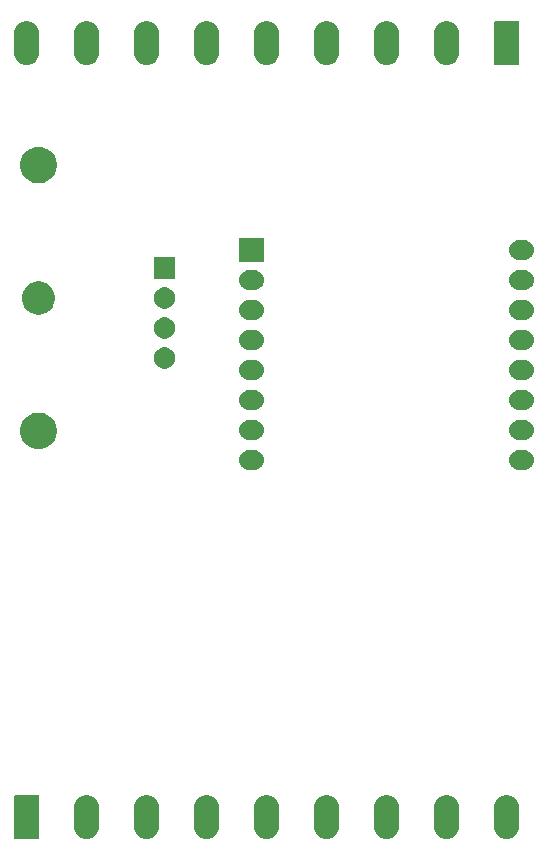
<source format=gbr>
G04 #@! TF.GenerationSoftware,KiCad,Pcbnew,5.1.5-52549c5~84~ubuntu18.04.1*
G04 #@! TF.CreationDate,2019-12-06T09:50:21+01:00*
G04 #@! TF.ProjectId,esp8266_temperature_iot,65737038-3236-4365-9f74-656d70657261,rev?*
G04 #@! TF.SameCoordinates,Original*
G04 #@! TF.FileFunction,Soldermask,Bot*
G04 #@! TF.FilePolarity,Negative*
%FSLAX46Y46*%
G04 Gerber Fmt 4.6, Leading zero omitted, Abs format (unit mm)*
G04 Created by KiCad (PCBNEW 5.1.5-52549c5~84~ubuntu18.04.1) date 2019-12-06 09:50:21*
%MOMM*%
%LPD*%
G04 APERTURE LIST*
%ADD10C,0.100000*%
G04 APERTURE END LIST*
D10*
G36*
X96733870Y-157930786D02*
G01*
X96844779Y-157964430D01*
X96935053Y-157991814D01*
X96939529Y-157993172D01*
X97096165Y-158076896D01*
X97129059Y-158094478D01*
X97295186Y-158230814D01*
X97431522Y-158396941D01*
X97431525Y-158396945D01*
X97532828Y-158586470D01*
X97595214Y-158792129D01*
X97611000Y-158952409D01*
X97611000Y-160579591D01*
X97595214Y-160739871D01*
X97532828Y-160945530D01*
X97431525Y-161135055D01*
X97431523Y-161135058D01*
X97431522Y-161135059D01*
X97295186Y-161301186D01*
X97167583Y-161405906D01*
X97129055Y-161437525D01*
X96939530Y-161538828D01*
X96939527Y-161538829D01*
X96928058Y-161542308D01*
X96733871Y-161601214D01*
X96520000Y-161622278D01*
X96306130Y-161601214D01*
X96111943Y-161542308D01*
X96100474Y-161538829D01*
X96100471Y-161538828D01*
X95910946Y-161437525D01*
X95872418Y-161405906D01*
X95744815Y-161301186D01*
X95608479Y-161135059D01*
X95608478Y-161135058D01*
X95608476Y-161135055D01*
X95507171Y-160945527D01*
X95444786Y-160739874D01*
X95429000Y-160579591D01*
X95429000Y-158952410D01*
X95444786Y-158792130D01*
X95507172Y-158586471D01*
X95608477Y-158396943D01*
X95608478Y-158396941D01*
X95744814Y-158230814D01*
X95910941Y-158094478D01*
X95910942Y-158094477D01*
X95910945Y-158094475D01*
X96100470Y-157993172D01*
X96104947Y-157991814D01*
X96195220Y-157964430D01*
X96306129Y-157930786D01*
X96520000Y-157909722D01*
X96733870Y-157930786D01*
G37*
G36*
X61173870Y-157930786D02*
G01*
X61284779Y-157964430D01*
X61375053Y-157991814D01*
X61379529Y-157993172D01*
X61536165Y-158076896D01*
X61569059Y-158094478D01*
X61735186Y-158230814D01*
X61871522Y-158396941D01*
X61871525Y-158396945D01*
X61972828Y-158586470D01*
X62035214Y-158792129D01*
X62051000Y-158952409D01*
X62051000Y-160579591D01*
X62035214Y-160739871D01*
X61972828Y-160945530D01*
X61871525Y-161135055D01*
X61871523Y-161135058D01*
X61871522Y-161135059D01*
X61735186Y-161301186D01*
X61607583Y-161405906D01*
X61569055Y-161437525D01*
X61379530Y-161538828D01*
X61379527Y-161538829D01*
X61368058Y-161542308D01*
X61173871Y-161601214D01*
X60960000Y-161622278D01*
X60746130Y-161601214D01*
X60551943Y-161542308D01*
X60540474Y-161538829D01*
X60540471Y-161538828D01*
X60350946Y-161437525D01*
X60312418Y-161405906D01*
X60184815Y-161301186D01*
X60048479Y-161135059D01*
X60048478Y-161135058D01*
X60048476Y-161135055D01*
X59947171Y-160945527D01*
X59884786Y-160739874D01*
X59869000Y-160579591D01*
X59869000Y-158952410D01*
X59884786Y-158792130D01*
X59947172Y-158586471D01*
X60048477Y-158396943D01*
X60048478Y-158396941D01*
X60184814Y-158230814D01*
X60350941Y-158094478D01*
X60350942Y-158094477D01*
X60350945Y-158094475D01*
X60540470Y-157993172D01*
X60544947Y-157991814D01*
X60635220Y-157964430D01*
X60746129Y-157930786D01*
X60960000Y-157909722D01*
X61173870Y-157930786D01*
G37*
G36*
X66253870Y-157930786D02*
G01*
X66364779Y-157964430D01*
X66455053Y-157991814D01*
X66459529Y-157993172D01*
X66616165Y-158076896D01*
X66649059Y-158094478D01*
X66815186Y-158230814D01*
X66951522Y-158396941D01*
X66951525Y-158396945D01*
X67052828Y-158586470D01*
X67115214Y-158792129D01*
X67131000Y-158952409D01*
X67131000Y-160579591D01*
X67115214Y-160739871D01*
X67052828Y-160945530D01*
X66951525Y-161135055D01*
X66951523Y-161135058D01*
X66951522Y-161135059D01*
X66815186Y-161301186D01*
X66687583Y-161405906D01*
X66649055Y-161437525D01*
X66459530Y-161538828D01*
X66459527Y-161538829D01*
X66448058Y-161542308D01*
X66253871Y-161601214D01*
X66040000Y-161622278D01*
X65826130Y-161601214D01*
X65631943Y-161542308D01*
X65620474Y-161538829D01*
X65620471Y-161538828D01*
X65430946Y-161437525D01*
X65392418Y-161405906D01*
X65264815Y-161301186D01*
X65128479Y-161135059D01*
X65128478Y-161135058D01*
X65128476Y-161135055D01*
X65027171Y-160945527D01*
X64964786Y-160739874D01*
X64949000Y-160579591D01*
X64949000Y-158952410D01*
X64964786Y-158792130D01*
X65027172Y-158586471D01*
X65128477Y-158396943D01*
X65128478Y-158396941D01*
X65264814Y-158230814D01*
X65430941Y-158094478D01*
X65430942Y-158094477D01*
X65430945Y-158094475D01*
X65620470Y-157993172D01*
X65624947Y-157991814D01*
X65715220Y-157964430D01*
X65826129Y-157930786D01*
X66040000Y-157909722D01*
X66253870Y-157930786D01*
G37*
G36*
X71333870Y-157930786D02*
G01*
X71444779Y-157964430D01*
X71535053Y-157991814D01*
X71539529Y-157993172D01*
X71696165Y-158076896D01*
X71729059Y-158094478D01*
X71895186Y-158230814D01*
X72031522Y-158396941D01*
X72031525Y-158396945D01*
X72132828Y-158586470D01*
X72195214Y-158792129D01*
X72211000Y-158952409D01*
X72211000Y-160579591D01*
X72195214Y-160739871D01*
X72132828Y-160945530D01*
X72031525Y-161135055D01*
X72031523Y-161135058D01*
X72031522Y-161135059D01*
X71895186Y-161301186D01*
X71767583Y-161405906D01*
X71729055Y-161437525D01*
X71539530Y-161538828D01*
X71539527Y-161538829D01*
X71528058Y-161542308D01*
X71333871Y-161601214D01*
X71120000Y-161622278D01*
X70906130Y-161601214D01*
X70711943Y-161542308D01*
X70700474Y-161538829D01*
X70700471Y-161538828D01*
X70510946Y-161437525D01*
X70472418Y-161405906D01*
X70344815Y-161301186D01*
X70208479Y-161135059D01*
X70208478Y-161135058D01*
X70208476Y-161135055D01*
X70107171Y-160945527D01*
X70044786Y-160739874D01*
X70029000Y-160579591D01*
X70029000Y-158952410D01*
X70044786Y-158792130D01*
X70107172Y-158586471D01*
X70208477Y-158396943D01*
X70208478Y-158396941D01*
X70344814Y-158230814D01*
X70510941Y-158094478D01*
X70510942Y-158094477D01*
X70510945Y-158094475D01*
X70700470Y-157993172D01*
X70704947Y-157991814D01*
X70795220Y-157964430D01*
X70906129Y-157930786D01*
X71120000Y-157909722D01*
X71333870Y-157930786D01*
G37*
G36*
X76413870Y-157930786D02*
G01*
X76524779Y-157964430D01*
X76615053Y-157991814D01*
X76619529Y-157993172D01*
X76776165Y-158076896D01*
X76809059Y-158094478D01*
X76975186Y-158230814D01*
X77111522Y-158396941D01*
X77111525Y-158396945D01*
X77212828Y-158586470D01*
X77275214Y-158792129D01*
X77291000Y-158952409D01*
X77291000Y-160579591D01*
X77275214Y-160739871D01*
X77212828Y-160945530D01*
X77111525Y-161135055D01*
X77111523Y-161135058D01*
X77111522Y-161135059D01*
X76975186Y-161301186D01*
X76847583Y-161405906D01*
X76809055Y-161437525D01*
X76619530Y-161538828D01*
X76619527Y-161538829D01*
X76608058Y-161542308D01*
X76413871Y-161601214D01*
X76200000Y-161622278D01*
X75986130Y-161601214D01*
X75791943Y-161542308D01*
X75780474Y-161538829D01*
X75780471Y-161538828D01*
X75590946Y-161437525D01*
X75552418Y-161405906D01*
X75424815Y-161301186D01*
X75288479Y-161135059D01*
X75288478Y-161135058D01*
X75288476Y-161135055D01*
X75187171Y-160945527D01*
X75124786Y-160739874D01*
X75109000Y-160579591D01*
X75109000Y-158952410D01*
X75124786Y-158792130D01*
X75187172Y-158586471D01*
X75288477Y-158396943D01*
X75288478Y-158396941D01*
X75424814Y-158230814D01*
X75590941Y-158094478D01*
X75590942Y-158094477D01*
X75590945Y-158094475D01*
X75780470Y-157993172D01*
X75784947Y-157991814D01*
X75875220Y-157964430D01*
X75986129Y-157930786D01*
X76200000Y-157909722D01*
X76413870Y-157930786D01*
G37*
G36*
X81493870Y-157930786D02*
G01*
X81604779Y-157964430D01*
X81695053Y-157991814D01*
X81699529Y-157993172D01*
X81856165Y-158076896D01*
X81889059Y-158094478D01*
X82055186Y-158230814D01*
X82191522Y-158396941D01*
X82191525Y-158396945D01*
X82292828Y-158586470D01*
X82355214Y-158792129D01*
X82371000Y-158952409D01*
X82371000Y-160579591D01*
X82355214Y-160739871D01*
X82292828Y-160945530D01*
X82191525Y-161135055D01*
X82191523Y-161135058D01*
X82191522Y-161135059D01*
X82055186Y-161301186D01*
X81927583Y-161405906D01*
X81889055Y-161437525D01*
X81699530Y-161538828D01*
X81699527Y-161538829D01*
X81688058Y-161542308D01*
X81493871Y-161601214D01*
X81280000Y-161622278D01*
X81066130Y-161601214D01*
X80871943Y-161542308D01*
X80860474Y-161538829D01*
X80860471Y-161538828D01*
X80670946Y-161437525D01*
X80632418Y-161405906D01*
X80504815Y-161301186D01*
X80368479Y-161135059D01*
X80368478Y-161135058D01*
X80368476Y-161135055D01*
X80267171Y-160945527D01*
X80204786Y-160739874D01*
X80189000Y-160579591D01*
X80189000Y-158952410D01*
X80204786Y-158792130D01*
X80267172Y-158586471D01*
X80368477Y-158396943D01*
X80368478Y-158396941D01*
X80504814Y-158230814D01*
X80670941Y-158094478D01*
X80670942Y-158094477D01*
X80670945Y-158094475D01*
X80860470Y-157993172D01*
X80864947Y-157991814D01*
X80955220Y-157964430D01*
X81066129Y-157930786D01*
X81280000Y-157909722D01*
X81493870Y-157930786D01*
G37*
G36*
X86573870Y-157930786D02*
G01*
X86684779Y-157964430D01*
X86775053Y-157991814D01*
X86779529Y-157993172D01*
X86936165Y-158076896D01*
X86969059Y-158094478D01*
X87135186Y-158230814D01*
X87271522Y-158396941D01*
X87271525Y-158396945D01*
X87372828Y-158586470D01*
X87435214Y-158792129D01*
X87451000Y-158952409D01*
X87451000Y-160579591D01*
X87435214Y-160739871D01*
X87372828Y-160945530D01*
X87271525Y-161135055D01*
X87271523Y-161135058D01*
X87271522Y-161135059D01*
X87135186Y-161301186D01*
X87007583Y-161405906D01*
X86969055Y-161437525D01*
X86779530Y-161538828D01*
X86779527Y-161538829D01*
X86768058Y-161542308D01*
X86573871Y-161601214D01*
X86360000Y-161622278D01*
X86146130Y-161601214D01*
X85951943Y-161542308D01*
X85940474Y-161538829D01*
X85940471Y-161538828D01*
X85750946Y-161437525D01*
X85712418Y-161405906D01*
X85584815Y-161301186D01*
X85448479Y-161135059D01*
X85448478Y-161135058D01*
X85448476Y-161135055D01*
X85347171Y-160945527D01*
X85284786Y-160739874D01*
X85269000Y-160579591D01*
X85269000Y-158952410D01*
X85284786Y-158792130D01*
X85347172Y-158586471D01*
X85448477Y-158396943D01*
X85448478Y-158396941D01*
X85584814Y-158230814D01*
X85750941Y-158094478D01*
X85750942Y-158094477D01*
X85750945Y-158094475D01*
X85940470Y-157993172D01*
X85944947Y-157991814D01*
X86035220Y-157964430D01*
X86146129Y-157930786D01*
X86360000Y-157909722D01*
X86573870Y-157930786D01*
G37*
G36*
X91653870Y-157930786D02*
G01*
X91764779Y-157964430D01*
X91855053Y-157991814D01*
X91859529Y-157993172D01*
X92016165Y-158076896D01*
X92049059Y-158094478D01*
X92215186Y-158230814D01*
X92351522Y-158396941D01*
X92351525Y-158396945D01*
X92452828Y-158586470D01*
X92515214Y-158792129D01*
X92531000Y-158952409D01*
X92531000Y-160579591D01*
X92515214Y-160739871D01*
X92452828Y-160945530D01*
X92351525Y-161135055D01*
X92351523Y-161135058D01*
X92351522Y-161135059D01*
X92215186Y-161301186D01*
X92087583Y-161405906D01*
X92049055Y-161437525D01*
X91859530Y-161538828D01*
X91859527Y-161538829D01*
X91848058Y-161542308D01*
X91653871Y-161601214D01*
X91440000Y-161622278D01*
X91226130Y-161601214D01*
X91031943Y-161542308D01*
X91020474Y-161538829D01*
X91020471Y-161538828D01*
X90830946Y-161437525D01*
X90792418Y-161405906D01*
X90664815Y-161301186D01*
X90528479Y-161135059D01*
X90528478Y-161135058D01*
X90528476Y-161135055D01*
X90427171Y-160945527D01*
X90364786Y-160739874D01*
X90349000Y-160579591D01*
X90349000Y-158952410D01*
X90364786Y-158792130D01*
X90427172Y-158586471D01*
X90528477Y-158396943D01*
X90528478Y-158396941D01*
X90664814Y-158230814D01*
X90830941Y-158094478D01*
X90830942Y-158094477D01*
X90830945Y-158094475D01*
X91020470Y-157993172D01*
X91024947Y-157991814D01*
X91115220Y-157964430D01*
X91226129Y-157930786D01*
X91440000Y-157909722D01*
X91653870Y-157930786D01*
G37*
G36*
X56836217Y-157918808D02*
G01*
X56867489Y-157928294D01*
X56896308Y-157943698D01*
X56921570Y-157964430D01*
X56942302Y-157989692D01*
X56957706Y-158018511D01*
X56967192Y-158049783D01*
X56971000Y-158088448D01*
X56971000Y-161443552D01*
X56967192Y-161482217D01*
X56957706Y-161513489D01*
X56942302Y-161542308D01*
X56921570Y-161567570D01*
X56896308Y-161588302D01*
X56867489Y-161603706D01*
X56836217Y-161613192D01*
X56797552Y-161617000D01*
X54962448Y-161617000D01*
X54923783Y-161613192D01*
X54892511Y-161603706D01*
X54863692Y-161588302D01*
X54838430Y-161567570D01*
X54817698Y-161542308D01*
X54802294Y-161513489D01*
X54792808Y-161482217D01*
X54789000Y-161443552D01*
X54789000Y-158088448D01*
X54792808Y-158049783D01*
X54802294Y-158018511D01*
X54817698Y-157989692D01*
X54838430Y-157964430D01*
X54863692Y-157943698D01*
X54892511Y-157928294D01*
X54923783Y-157918808D01*
X54962448Y-157915000D01*
X56797552Y-157915000D01*
X56836217Y-157918808D01*
G37*
G36*
X98156823Y-128701313D02*
G01*
X98317242Y-128749976D01*
X98449906Y-128820886D01*
X98465078Y-128828996D01*
X98594659Y-128935341D01*
X98701004Y-129064922D01*
X98701005Y-129064924D01*
X98780024Y-129212758D01*
X98828687Y-129373177D01*
X98845117Y-129540000D01*
X98828687Y-129706823D01*
X98780024Y-129867242D01*
X98709114Y-129999906D01*
X98701004Y-130015078D01*
X98594659Y-130144659D01*
X98465078Y-130251004D01*
X98465076Y-130251005D01*
X98317242Y-130330024D01*
X98156823Y-130378687D01*
X98031804Y-130391000D01*
X97548196Y-130391000D01*
X97423177Y-130378687D01*
X97262758Y-130330024D01*
X97114924Y-130251005D01*
X97114922Y-130251004D01*
X96985341Y-130144659D01*
X96878996Y-130015078D01*
X96870886Y-129999906D01*
X96799976Y-129867242D01*
X96751313Y-129706823D01*
X96734883Y-129540000D01*
X96751313Y-129373177D01*
X96799976Y-129212758D01*
X96878995Y-129064924D01*
X96878996Y-129064922D01*
X96985341Y-128935341D01*
X97114922Y-128828996D01*
X97130094Y-128820886D01*
X97262758Y-128749976D01*
X97423177Y-128701313D01*
X97548196Y-128689000D01*
X98031804Y-128689000D01*
X98156823Y-128701313D01*
G37*
G36*
X75296823Y-128701313D02*
G01*
X75457242Y-128749976D01*
X75589906Y-128820886D01*
X75605078Y-128828996D01*
X75734659Y-128935341D01*
X75841004Y-129064922D01*
X75841005Y-129064924D01*
X75920024Y-129212758D01*
X75968687Y-129373177D01*
X75985117Y-129540000D01*
X75968687Y-129706823D01*
X75920024Y-129867242D01*
X75849114Y-129999906D01*
X75841004Y-130015078D01*
X75734659Y-130144659D01*
X75605078Y-130251004D01*
X75605076Y-130251005D01*
X75457242Y-130330024D01*
X75296823Y-130378687D01*
X75171804Y-130391000D01*
X74688196Y-130391000D01*
X74563177Y-130378687D01*
X74402758Y-130330024D01*
X74254924Y-130251005D01*
X74254922Y-130251004D01*
X74125341Y-130144659D01*
X74018996Y-130015078D01*
X74010886Y-129999906D01*
X73939976Y-129867242D01*
X73891313Y-129706823D01*
X73874883Y-129540000D01*
X73891313Y-129373177D01*
X73939976Y-129212758D01*
X74018995Y-129064924D01*
X74018996Y-129064922D01*
X74125341Y-128935341D01*
X74254922Y-128828996D01*
X74270094Y-128820886D01*
X74402758Y-128749976D01*
X74563177Y-128701313D01*
X74688196Y-128689000D01*
X75171804Y-128689000D01*
X75296823Y-128701313D01*
G37*
G36*
X57198585Y-125552802D02*
G01*
X57348410Y-125582604D01*
X57630674Y-125699521D01*
X57884705Y-125869259D01*
X58100741Y-126085295D01*
X58270479Y-126339326D01*
X58387396Y-126621590D01*
X58447000Y-126921240D01*
X58447000Y-127226760D01*
X58387396Y-127526410D01*
X58270479Y-127808674D01*
X58100741Y-128062705D01*
X57884705Y-128278741D01*
X57630674Y-128448479D01*
X57348410Y-128565396D01*
X57198585Y-128595198D01*
X57048761Y-128625000D01*
X56743239Y-128625000D01*
X56593415Y-128595198D01*
X56443590Y-128565396D01*
X56161326Y-128448479D01*
X55907295Y-128278741D01*
X55691259Y-128062705D01*
X55521521Y-127808674D01*
X55404604Y-127526410D01*
X55345000Y-127226760D01*
X55345000Y-126921240D01*
X55404604Y-126621590D01*
X55521521Y-126339326D01*
X55691259Y-126085295D01*
X55907295Y-125869259D01*
X56161326Y-125699521D01*
X56443590Y-125582604D01*
X56593415Y-125552802D01*
X56743239Y-125523000D01*
X57048761Y-125523000D01*
X57198585Y-125552802D01*
G37*
G36*
X75296823Y-126161313D02*
G01*
X75457242Y-126209976D01*
X75589906Y-126280886D01*
X75605078Y-126288996D01*
X75734659Y-126395341D01*
X75841004Y-126524922D01*
X75841005Y-126524924D01*
X75920024Y-126672758D01*
X75968687Y-126833177D01*
X75985117Y-127000000D01*
X75968687Y-127166823D01*
X75920024Y-127327242D01*
X75849114Y-127459906D01*
X75841004Y-127475078D01*
X75734659Y-127604659D01*
X75605078Y-127711004D01*
X75605076Y-127711005D01*
X75457242Y-127790024D01*
X75296823Y-127838687D01*
X75171804Y-127851000D01*
X74688196Y-127851000D01*
X74563177Y-127838687D01*
X74402758Y-127790024D01*
X74254924Y-127711005D01*
X74254922Y-127711004D01*
X74125341Y-127604659D01*
X74018996Y-127475078D01*
X74010886Y-127459906D01*
X73939976Y-127327242D01*
X73891313Y-127166823D01*
X73874883Y-127000000D01*
X73891313Y-126833177D01*
X73939976Y-126672758D01*
X74018995Y-126524924D01*
X74018996Y-126524922D01*
X74125341Y-126395341D01*
X74254922Y-126288996D01*
X74270094Y-126280886D01*
X74402758Y-126209976D01*
X74563177Y-126161313D01*
X74688196Y-126149000D01*
X75171804Y-126149000D01*
X75296823Y-126161313D01*
G37*
G36*
X98156823Y-126161313D02*
G01*
X98317242Y-126209976D01*
X98449906Y-126280886D01*
X98465078Y-126288996D01*
X98594659Y-126395341D01*
X98701004Y-126524922D01*
X98701005Y-126524924D01*
X98780024Y-126672758D01*
X98828687Y-126833177D01*
X98845117Y-127000000D01*
X98828687Y-127166823D01*
X98780024Y-127327242D01*
X98709114Y-127459906D01*
X98701004Y-127475078D01*
X98594659Y-127604659D01*
X98465078Y-127711004D01*
X98465076Y-127711005D01*
X98317242Y-127790024D01*
X98156823Y-127838687D01*
X98031804Y-127851000D01*
X97548196Y-127851000D01*
X97423177Y-127838687D01*
X97262758Y-127790024D01*
X97114924Y-127711005D01*
X97114922Y-127711004D01*
X96985341Y-127604659D01*
X96878996Y-127475078D01*
X96870886Y-127459906D01*
X96799976Y-127327242D01*
X96751313Y-127166823D01*
X96734883Y-127000000D01*
X96751313Y-126833177D01*
X96799976Y-126672758D01*
X96878995Y-126524924D01*
X96878996Y-126524922D01*
X96985341Y-126395341D01*
X97114922Y-126288996D01*
X97130094Y-126280886D01*
X97262758Y-126209976D01*
X97423177Y-126161313D01*
X97548196Y-126149000D01*
X98031804Y-126149000D01*
X98156823Y-126161313D01*
G37*
G36*
X75296823Y-123621313D02*
G01*
X75457242Y-123669976D01*
X75589906Y-123740886D01*
X75605078Y-123748996D01*
X75734659Y-123855341D01*
X75841004Y-123984922D01*
X75841005Y-123984924D01*
X75920024Y-124132758D01*
X75968687Y-124293177D01*
X75985117Y-124460000D01*
X75968687Y-124626823D01*
X75920024Y-124787242D01*
X75849114Y-124919906D01*
X75841004Y-124935078D01*
X75734659Y-125064659D01*
X75605078Y-125171004D01*
X75605076Y-125171005D01*
X75457242Y-125250024D01*
X75296823Y-125298687D01*
X75171804Y-125311000D01*
X74688196Y-125311000D01*
X74563177Y-125298687D01*
X74402758Y-125250024D01*
X74254924Y-125171005D01*
X74254922Y-125171004D01*
X74125341Y-125064659D01*
X74018996Y-124935078D01*
X74010886Y-124919906D01*
X73939976Y-124787242D01*
X73891313Y-124626823D01*
X73874883Y-124460000D01*
X73891313Y-124293177D01*
X73939976Y-124132758D01*
X74018995Y-123984924D01*
X74018996Y-123984922D01*
X74125341Y-123855341D01*
X74254922Y-123748996D01*
X74270094Y-123740886D01*
X74402758Y-123669976D01*
X74563177Y-123621313D01*
X74688196Y-123609000D01*
X75171804Y-123609000D01*
X75296823Y-123621313D01*
G37*
G36*
X98156823Y-123621313D02*
G01*
X98317242Y-123669976D01*
X98449906Y-123740886D01*
X98465078Y-123748996D01*
X98594659Y-123855341D01*
X98701004Y-123984922D01*
X98701005Y-123984924D01*
X98780024Y-124132758D01*
X98828687Y-124293177D01*
X98845117Y-124460000D01*
X98828687Y-124626823D01*
X98780024Y-124787242D01*
X98709114Y-124919906D01*
X98701004Y-124935078D01*
X98594659Y-125064659D01*
X98465078Y-125171004D01*
X98465076Y-125171005D01*
X98317242Y-125250024D01*
X98156823Y-125298687D01*
X98031804Y-125311000D01*
X97548196Y-125311000D01*
X97423177Y-125298687D01*
X97262758Y-125250024D01*
X97114924Y-125171005D01*
X97114922Y-125171004D01*
X96985341Y-125064659D01*
X96878996Y-124935078D01*
X96870886Y-124919906D01*
X96799976Y-124787242D01*
X96751313Y-124626823D01*
X96734883Y-124460000D01*
X96751313Y-124293177D01*
X96799976Y-124132758D01*
X96878995Y-123984924D01*
X96878996Y-123984922D01*
X96985341Y-123855341D01*
X97114922Y-123748996D01*
X97130094Y-123740886D01*
X97262758Y-123669976D01*
X97423177Y-123621313D01*
X97548196Y-123609000D01*
X98031804Y-123609000D01*
X98156823Y-123621313D01*
G37*
G36*
X75296823Y-121081313D02*
G01*
X75457242Y-121129976D01*
X75526155Y-121166811D01*
X75605078Y-121208996D01*
X75734659Y-121315341D01*
X75841004Y-121444922D01*
X75841005Y-121444924D01*
X75920024Y-121592758D01*
X75968687Y-121753177D01*
X75985117Y-121920000D01*
X75968687Y-122086823D01*
X75920024Y-122247242D01*
X75849114Y-122379906D01*
X75841004Y-122395078D01*
X75734659Y-122524659D01*
X75605078Y-122631004D01*
X75605076Y-122631005D01*
X75457242Y-122710024D01*
X75296823Y-122758687D01*
X75171804Y-122771000D01*
X74688196Y-122771000D01*
X74563177Y-122758687D01*
X74402758Y-122710024D01*
X74254924Y-122631005D01*
X74254922Y-122631004D01*
X74125341Y-122524659D01*
X74018996Y-122395078D01*
X74010886Y-122379906D01*
X73939976Y-122247242D01*
X73891313Y-122086823D01*
X73874883Y-121920000D01*
X73891313Y-121753177D01*
X73939976Y-121592758D01*
X74018995Y-121444924D01*
X74018996Y-121444922D01*
X74125341Y-121315341D01*
X74254922Y-121208996D01*
X74333845Y-121166811D01*
X74402758Y-121129976D01*
X74563177Y-121081313D01*
X74688196Y-121069000D01*
X75171804Y-121069000D01*
X75296823Y-121081313D01*
G37*
G36*
X98156823Y-121081313D02*
G01*
X98317242Y-121129976D01*
X98386155Y-121166811D01*
X98465078Y-121208996D01*
X98594659Y-121315341D01*
X98701004Y-121444922D01*
X98701005Y-121444924D01*
X98780024Y-121592758D01*
X98828687Y-121753177D01*
X98845117Y-121920000D01*
X98828687Y-122086823D01*
X98780024Y-122247242D01*
X98709114Y-122379906D01*
X98701004Y-122395078D01*
X98594659Y-122524659D01*
X98465078Y-122631004D01*
X98465076Y-122631005D01*
X98317242Y-122710024D01*
X98156823Y-122758687D01*
X98031804Y-122771000D01*
X97548196Y-122771000D01*
X97423177Y-122758687D01*
X97262758Y-122710024D01*
X97114924Y-122631005D01*
X97114922Y-122631004D01*
X96985341Y-122524659D01*
X96878996Y-122395078D01*
X96870886Y-122379906D01*
X96799976Y-122247242D01*
X96751313Y-122086823D01*
X96734883Y-121920000D01*
X96751313Y-121753177D01*
X96799976Y-121592758D01*
X96878995Y-121444924D01*
X96878996Y-121444922D01*
X96985341Y-121315341D01*
X97114922Y-121208996D01*
X97193845Y-121166811D01*
X97262758Y-121129976D01*
X97423177Y-121081313D01*
X97548196Y-121069000D01*
X98031804Y-121069000D01*
X98156823Y-121081313D01*
G37*
G36*
X67677512Y-120007927D02*
G01*
X67826812Y-120037624D01*
X67990784Y-120105544D01*
X68138354Y-120204147D01*
X68263853Y-120329646D01*
X68362456Y-120477216D01*
X68430376Y-120641188D01*
X68465000Y-120815259D01*
X68465000Y-120992741D01*
X68430376Y-121166812D01*
X68362456Y-121330784D01*
X68263853Y-121478354D01*
X68138354Y-121603853D01*
X67990784Y-121702456D01*
X67826812Y-121770376D01*
X67677512Y-121800073D01*
X67652742Y-121805000D01*
X67475258Y-121805000D01*
X67450488Y-121800073D01*
X67301188Y-121770376D01*
X67137216Y-121702456D01*
X66989646Y-121603853D01*
X66864147Y-121478354D01*
X66765544Y-121330784D01*
X66697624Y-121166812D01*
X66663000Y-120992741D01*
X66663000Y-120815259D01*
X66697624Y-120641188D01*
X66765544Y-120477216D01*
X66864147Y-120329646D01*
X66989646Y-120204147D01*
X67137216Y-120105544D01*
X67301188Y-120037624D01*
X67450488Y-120007927D01*
X67475258Y-120003000D01*
X67652742Y-120003000D01*
X67677512Y-120007927D01*
G37*
G36*
X75296823Y-118541313D02*
G01*
X75457242Y-118589976D01*
X75526155Y-118626811D01*
X75605078Y-118668996D01*
X75734659Y-118775341D01*
X75841004Y-118904922D01*
X75841005Y-118904924D01*
X75920024Y-119052758D01*
X75968687Y-119213177D01*
X75985117Y-119380000D01*
X75968687Y-119546823D01*
X75920024Y-119707242D01*
X75849114Y-119839906D01*
X75841004Y-119855078D01*
X75734659Y-119984659D01*
X75605078Y-120091004D01*
X75605076Y-120091005D01*
X75457242Y-120170024D01*
X75296823Y-120218687D01*
X75171804Y-120231000D01*
X74688196Y-120231000D01*
X74563177Y-120218687D01*
X74402758Y-120170024D01*
X74254924Y-120091005D01*
X74254922Y-120091004D01*
X74125341Y-119984659D01*
X74018996Y-119855078D01*
X74010886Y-119839906D01*
X73939976Y-119707242D01*
X73891313Y-119546823D01*
X73874883Y-119380000D01*
X73891313Y-119213177D01*
X73939976Y-119052758D01*
X74018995Y-118904924D01*
X74018996Y-118904922D01*
X74125341Y-118775341D01*
X74254922Y-118668996D01*
X74333845Y-118626811D01*
X74402758Y-118589976D01*
X74563177Y-118541313D01*
X74688196Y-118529000D01*
X75171804Y-118529000D01*
X75296823Y-118541313D01*
G37*
G36*
X98156823Y-118541313D02*
G01*
X98317242Y-118589976D01*
X98386155Y-118626811D01*
X98465078Y-118668996D01*
X98594659Y-118775341D01*
X98701004Y-118904922D01*
X98701005Y-118904924D01*
X98780024Y-119052758D01*
X98828687Y-119213177D01*
X98845117Y-119380000D01*
X98828687Y-119546823D01*
X98780024Y-119707242D01*
X98709114Y-119839906D01*
X98701004Y-119855078D01*
X98594659Y-119984659D01*
X98465078Y-120091004D01*
X98465076Y-120091005D01*
X98317242Y-120170024D01*
X98156823Y-120218687D01*
X98031804Y-120231000D01*
X97548196Y-120231000D01*
X97423177Y-120218687D01*
X97262758Y-120170024D01*
X97114924Y-120091005D01*
X97114922Y-120091004D01*
X96985341Y-119984659D01*
X96878996Y-119855078D01*
X96870886Y-119839906D01*
X96799976Y-119707242D01*
X96751313Y-119546823D01*
X96734883Y-119380000D01*
X96751313Y-119213177D01*
X96799976Y-119052758D01*
X96878995Y-118904924D01*
X96878996Y-118904922D01*
X96985341Y-118775341D01*
X97114922Y-118668996D01*
X97193845Y-118626811D01*
X97262758Y-118589976D01*
X97423177Y-118541313D01*
X97548196Y-118529000D01*
X98031804Y-118529000D01*
X98156823Y-118541313D01*
G37*
G36*
X67677512Y-117467927D02*
G01*
X67826812Y-117497624D01*
X67990784Y-117565544D01*
X68138354Y-117664147D01*
X68263853Y-117789646D01*
X68362456Y-117937216D01*
X68430376Y-118101188D01*
X68465000Y-118275259D01*
X68465000Y-118452741D01*
X68430376Y-118626812D01*
X68362456Y-118790784D01*
X68263853Y-118938354D01*
X68138354Y-119063853D01*
X67990784Y-119162456D01*
X67826812Y-119230376D01*
X67677512Y-119260073D01*
X67652742Y-119265000D01*
X67475258Y-119265000D01*
X67450488Y-119260073D01*
X67301188Y-119230376D01*
X67137216Y-119162456D01*
X66989646Y-119063853D01*
X66864147Y-118938354D01*
X66765544Y-118790784D01*
X66697624Y-118626812D01*
X66663000Y-118452741D01*
X66663000Y-118275259D01*
X66697624Y-118101188D01*
X66765544Y-117937216D01*
X66864147Y-117789646D01*
X66989646Y-117664147D01*
X67137216Y-117565544D01*
X67301188Y-117497624D01*
X67450488Y-117467927D01*
X67475258Y-117463000D01*
X67652742Y-117463000D01*
X67677512Y-117467927D01*
G37*
G36*
X98156823Y-116001313D02*
G01*
X98317242Y-116049976D01*
X98386155Y-116086811D01*
X98465078Y-116128996D01*
X98594659Y-116235341D01*
X98701004Y-116364922D01*
X98701005Y-116364924D01*
X98780024Y-116512758D01*
X98828687Y-116673177D01*
X98845117Y-116840000D01*
X98828687Y-117006823D01*
X98780024Y-117167242D01*
X98709114Y-117299906D01*
X98701004Y-117315078D01*
X98594659Y-117444659D01*
X98465078Y-117551004D01*
X98465076Y-117551005D01*
X98317242Y-117630024D01*
X98156823Y-117678687D01*
X98031804Y-117691000D01*
X97548196Y-117691000D01*
X97423177Y-117678687D01*
X97262758Y-117630024D01*
X97114924Y-117551005D01*
X97114922Y-117551004D01*
X96985341Y-117444659D01*
X96878996Y-117315078D01*
X96870886Y-117299906D01*
X96799976Y-117167242D01*
X96751313Y-117006823D01*
X96734883Y-116840000D01*
X96751313Y-116673177D01*
X96799976Y-116512758D01*
X96878995Y-116364924D01*
X96878996Y-116364922D01*
X96985341Y-116235341D01*
X97114922Y-116128996D01*
X97193845Y-116086811D01*
X97262758Y-116049976D01*
X97423177Y-116001313D01*
X97548196Y-115989000D01*
X98031804Y-115989000D01*
X98156823Y-116001313D01*
G37*
G36*
X75296823Y-116001313D02*
G01*
X75457242Y-116049976D01*
X75526155Y-116086811D01*
X75605078Y-116128996D01*
X75734659Y-116235341D01*
X75841004Y-116364922D01*
X75841005Y-116364924D01*
X75920024Y-116512758D01*
X75968687Y-116673177D01*
X75985117Y-116840000D01*
X75968687Y-117006823D01*
X75920024Y-117167242D01*
X75849114Y-117299906D01*
X75841004Y-117315078D01*
X75734659Y-117444659D01*
X75605078Y-117551004D01*
X75605076Y-117551005D01*
X75457242Y-117630024D01*
X75296823Y-117678687D01*
X75171804Y-117691000D01*
X74688196Y-117691000D01*
X74563177Y-117678687D01*
X74402758Y-117630024D01*
X74254924Y-117551005D01*
X74254922Y-117551004D01*
X74125341Y-117444659D01*
X74018996Y-117315078D01*
X74010886Y-117299906D01*
X73939976Y-117167242D01*
X73891313Y-117006823D01*
X73874883Y-116840000D01*
X73891313Y-116673177D01*
X73939976Y-116512758D01*
X74018995Y-116364924D01*
X74018996Y-116364922D01*
X74125341Y-116235341D01*
X74254922Y-116128996D01*
X74333845Y-116086811D01*
X74402758Y-116049976D01*
X74563177Y-116001313D01*
X74688196Y-115989000D01*
X75171804Y-115989000D01*
X75296823Y-116001313D01*
G37*
G36*
X57214433Y-114458893D02*
G01*
X57304657Y-114476839D01*
X57410267Y-114520585D01*
X57559621Y-114582449D01*
X57559622Y-114582450D01*
X57789086Y-114735772D01*
X57984228Y-114930914D01*
X58047457Y-115025544D01*
X58137551Y-115160379D01*
X58243161Y-115415344D01*
X58297000Y-115686012D01*
X58297000Y-115961988D01*
X58243161Y-116232656D01*
X58137551Y-116487621D01*
X58086675Y-116563763D01*
X57984228Y-116717086D01*
X57789086Y-116912228D01*
X57647514Y-117006823D01*
X57559621Y-117065551D01*
X57410267Y-117127415D01*
X57304657Y-117171161D01*
X57214433Y-117189107D01*
X57033988Y-117225000D01*
X56758012Y-117225000D01*
X56577567Y-117189107D01*
X56487343Y-117171161D01*
X56381733Y-117127415D01*
X56232379Y-117065551D01*
X56144486Y-117006823D01*
X56002914Y-116912228D01*
X55807772Y-116717086D01*
X55705325Y-116563763D01*
X55654449Y-116487621D01*
X55548839Y-116232656D01*
X55495000Y-115961988D01*
X55495000Y-115686012D01*
X55548839Y-115415344D01*
X55654449Y-115160379D01*
X55744543Y-115025544D01*
X55807772Y-114930914D01*
X56002914Y-114735772D01*
X56232378Y-114582450D01*
X56232379Y-114582449D01*
X56381733Y-114520585D01*
X56487343Y-114476839D01*
X56577567Y-114458893D01*
X56758012Y-114423000D01*
X57033988Y-114423000D01*
X57214433Y-114458893D01*
G37*
G36*
X67677512Y-114927927D02*
G01*
X67826812Y-114957624D01*
X67990784Y-115025544D01*
X68138354Y-115124147D01*
X68263853Y-115249646D01*
X68362456Y-115397216D01*
X68430376Y-115561188D01*
X68465000Y-115735259D01*
X68465000Y-115912741D01*
X68430376Y-116086812D01*
X68362456Y-116250784D01*
X68263853Y-116398354D01*
X68138354Y-116523853D01*
X67990784Y-116622456D01*
X67826812Y-116690376D01*
X67692533Y-116717085D01*
X67652742Y-116725000D01*
X67475258Y-116725000D01*
X67435467Y-116717085D01*
X67301188Y-116690376D01*
X67137216Y-116622456D01*
X66989646Y-116523853D01*
X66864147Y-116398354D01*
X66765544Y-116250784D01*
X66697624Y-116086812D01*
X66663000Y-115912741D01*
X66663000Y-115735259D01*
X66697624Y-115561188D01*
X66765544Y-115397216D01*
X66864147Y-115249646D01*
X66989646Y-115124147D01*
X67137216Y-115025544D01*
X67301188Y-114957624D01*
X67450488Y-114927927D01*
X67475258Y-114923000D01*
X67652742Y-114923000D01*
X67677512Y-114927927D01*
G37*
G36*
X98156823Y-113461313D02*
G01*
X98317242Y-113509976D01*
X98449906Y-113580886D01*
X98465078Y-113588996D01*
X98594659Y-113695341D01*
X98701004Y-113824922D01*
X98701005Y-113824924D01*
X98780024Y-113972758D01*
X98828687Y-114133177D01*
X98845117Y-114300000D01*
X98828687Y-114466823D01*
X98780024Y-114627242D01*
X98722013Y-114735772D01*
X98701004Y-114775078D01*
X98594659Y-114904659D01*
X98465078Y-115011004D01*
X98465076Y-115011005D01*
X98317242Y-115090024D01*
X98156823Y-115138687D01*
X98031804Y-115151000D01*
X97548196Y-115151000D01*
X97423177Y-115138687D01*
X97262758Y-115090024D01*
X97114924Y-115011005D01*
X97114922Y-115011004D01*
X96985341Y-114904659D01*
X96878996Y-114775078D01*
X96857987Y-114735772D01*
X96799976Y-114627242D01*
X96751313Y-114466823D01*
X96734883Y-114300000D01*
X96751313Y-114133177D01*
X96799976Y-113972758D01*
X96878995Y-113824924D01*
X96878996Y-113824922D01*
X96985341Y-113695341D01*
X97114922Y-113588996D01*
X97130094Y-113580886D01*
X97262758Y-113509976D01*
X97423177Y-113461313D01*
X97548196Y-113449000D01*
X98031804Y-113449000D01*
X98156823Y-113461313D01*
G37*
G36*
X75296823Y-113461313D02*
G01*
X75457242Y-113509976D01*
X75589906Y-113580886D01*
X75605078Y-113588996D01*
X75734659Y-113695341D01*
X75841004Y-113824922D01*
X75841005Y-113824924D01*
X75920024Y-113972758D01*
X75968687Y-114133177D01*
X75985117Y-114300000D01*
X75968687Y-114466823D01*
X75920024Y-114627242D01*
X75862013Y-114735772D01*
X75841004Y-114775078D01*
X75734659Y-114904659D01*
X75605078Y-115011004D01*
X75605076Y-115011005D01*
X75457242Y-115090024D01*
X75296823Y-115138687D01*
X75171804Y-115151000D01*
X74688196Y-115151000D01*
X74563177Y-115138687D01*
X74402758Y-115090024D01*
X74254924Y-115011005D01*
X74254922Y-115011004D01*
X74125341Y-114904659D01*
X74018996Y-114775078D01*
X73997987Y-114735772D01*
X73939976Y-114627242D01*
X73891313Y-114466823D01*
X73874883Y-114300000D01*
X73891313Y-114133177D01*
X73939976Y-113972758D01*
X74018995Y-113824924D01*
X74018996Y-113824922D01*
X74125341Y-113695341D01*
X74254922Y-113588996D01*
X74270094Y-113580886D01*
X74402758Y-113509976D01*
X74563177Y-113461313D01*
X74688196Y-113449000D01*
X75171804Y-113449000D01*
X75296823Y-113461313D01*
G37*
G36*
X68465000Y-114185000D02*
G01*
X66663000Y-114185000D01*
X66663000Y-112383000D01*
X68465000Y-112383000D01*
X68465000Y-114185000D01*
G37*
G36*
X75981000Y-112811000D02*
G01*
X73879000Y-112811000D01*
X73879000Y-110709000D01*
X75981000Y-110709000D01*
X75981000Y-112811000D01*
G37*
G36*
X98156823Y-110921313D02*
G01*
X98317242Y-110969976D01*
X98449906Y-111040886D01*
X98465078Y-111048996D01*
X98594659Y-111155341D01*
X98701004Y-111284922D01*
X98701005Y-111284924D01*
X98780024Y-111432758D01*
X98828687Y-111593177D01*
X98845117Y-111760000D01*
X98828687Y-111926823D01*
X98780024Y-112087242D01*
X98709114Y-112219906D01*
X98701004Y-112235078D01*
X98594659Y-112364659D01*
X98465078Y-112471004D01*
X98465076Y-112471005D01*
X98317242Y-112550024D01*
X98156823Y-112598687D01*
X98031804Y-112611000D01*
X97548196Y-112611000D01*
X97423177Y-112598687D01*
X97262758Y-112550024D01*
X97114924Y-112471005D01*
X97114922Y-112471004D01*
X96985341Y-112364659D01*
X96878996Y-112235078D01*
X96870886Y-112219906D01*
X96799976Y-112087242D01*
X96751313Y-111926823D01*
X96734883Y-111760000D01*
X96751313Y-111593177D01*
X96799976Y-111432758D01*
X96878995Y-111284924D01*
X96878996Y-111284922D01*
X96985341Y-111155341D01*
X97114922Y-111048996D01*
X97130094Y-111040886D01*
X97262758Y-110969976D01*
X97423177Y-110921313D01*
X97548196Y-110909000D01*
X98031804Y-110909000D01*
X98156823Y-110921313D01*
G37*
G36*
X57198585Y-103052802D02*
G01*
X57348410Y-103082604D01*
X57630674Y-103199521D01*
X57884705Y-103369259D01*
X58100741Y-103585295D01*
X58270479Y-103839326D01*
X58387396Y-104121590D01*
X58447000Y-104421240D01*
X58447000Y-104726760D01*
X58387396Y-105026410D01*
X58270479Y-105308674D01*
X58100741Y-105562705D01*
X57884705Y-105778741D01*
X57630674Y-105948479D01*
X57348410Y-106065396D01*
X57198585Y-106095198D01*
X57048761Y-106125000D01*
X56743239Y-106125000D01*
X56593415Y-106095198D01*
X56443590Y-106065396D01*
X56161326Y-105948479D01*
X55907295Y-105778741D01*
X55691259Y-105562705D01*
X55521521Y-105308674D01*
X55404604Y-105026410D01*
X55345000Y-104726760D01*
X55345000Y-104421240D01*
X55404604Y-104121590D01*
X55521521Y-103839326D01*
X55691259Y-103585295D01*
X55907295Y-103369259D01*
X56161326Y-103199521D01*
X56443590Y-103082604D01*
X56593415Y-103052802D01*
X56743239Y-103023000D01*
X57048761Y-103023000D01*
X57198585Y-103052802D01*
G37*
G36*
X91653871Y-92398786D02*
G01*
X91764780Y-92432430D01*
X91855054Y-92459814D01*
X91859530Y-92461172D01*
X92049055Y-92562475D01*
X92049058Y-92562477D01*
X92049059Y-92562478D01*
X92215186Y-92698814D01*
X92351522Y-92864941D01*
X92351525Y-92864945D01*
X92452828Y-93054470D01*
X92515214Y-93260129D01*
X92531000Y-93420409D01*
X92531000Y-95047591D01*
X92515214Y-95207871D01*
X92452828Y-95413530D01*
X92351525Y-95603055D01*
X92351523Y-95603057D01*
X92351522Y-95603059D01*
X92215186Y-95769186D01*
X92049059Y-95905522D01*
X92049057Y-95905523D01*
X91859529Y-96006828D01*
X91859526Y-96006829D01*
X91848057Y-96010308D01*
X91653870Y-96069214D01*
X91440000Y-96090278D01*
X91226129Y-96069214D01*
X91031942Y-96010308D01*
X91020473Y-96006829D01*
X91020470Y-96006828D01*
X90830945Y-95905525D01*
X90792417Y-95873906D01*
X90664814Y-95769186D01*
X90528478Y-95603059D01*
X90427173Y-95413530D01*
X90427172Y-95413529D01*
X90364786Y-95207870D01*
X90349000Y-95047590D01*
X90349000Y-93420409D01*
X90364786Y-93260126D01*
X90427171Y-93054473D01*
X90528476Y-92864945D01*
X90528479Y-92864941D01*
X90664815Y-92698814D01*
X90830942Y-92562478D01*
X90830943Y-92562477D01*
X90830946Y-92562475D01*
X91020471Y-92461172D01*
X91024948Y-92459814D01*
X91115221Y-92432430D01*
X91226130Y-92398786D01*
X91440000Y-92377722D01*
X91653871Y-92398786D01*
G37*
G36*
X56093871Y-92398786D02*
G01*
X56204780Y-92432430D01*
X56295054Y-92459814D01*
X56299530Y-92461172D01*
X56489055Y-92562475D01*
X56489058Y-92562477D01*
X56489059Y-92562478D01*
X56655186Y-92698814D01*
X56791522Y-92864941D01*
X56791525Y-92864945D01*
X56892828Y-93054470D01*
X56955214Y-93260129D01*
X56971000Y-93420409D01*
X56971000Y-95047591D01*
X56955214Y-95207871D01*
X56892828Y-95413530D01*
X56791525Y-95603055D01*
X56791523Y-95603057D01*
X56791522Y-95603059D01*
X56655186Y-95769186D01*
X56489059Y-95905522D01*
X56489057Y-95905523D01*
X56299529Y-96006828D01*
X56299526Y-96006829D01*
X56288057Y-96010308D01*
X56093870Y-96069214D01*
X55880000Y-96090278D01*
X55666129Y-96069214D01*
X55471942Y-96010308D01*
X55460473Y-96006829D01*
X55460470Y-96006828D01*
X55270945Y-95905525D01*
X55232417Y-95873906D01*
X55104814Y-95769186D01*
X54968478Y-95603059D01*
X54867173Y-95413530D01*
X54867172Y-95413529D01*
X54804786Y-95207870D01*
X54789000Y-95047590D01*
X54789000Y-93420409D01*
X54804786Y-93260126D01*
X54867171Y-93054473D01*
X54968476Y-92864945D01*
X54968479Y-92864941D01*
X55104815Y-92698814D01*
X55270942Y-92562478D01*
X55270943Y-92562477D01*
X55270946Y-92562475D01*
X55460471Y-92461172D01*
X55464948Y-92459814D01*
X55555221Y-92432430D01*
X55666130Y-92398786D01*
X55880000Y-92377722D01*
X56093871Y-92398786D01*
G37*
G36*
X76413871Y-92398786D02*
G01*
X76524780Y-92432430D01*
X76615054Y-92459814D01*
X76619530Y-92461172D01*
X76809055Y-92562475D01*
X76809058Y-92562477D01*
X76809059Y-92562478D01*
X76975186Y-92698814D01*
X77111522Y-92864941D01*
X77111525Y-92864945D01*
X77212828Y-93054470D01*
X77275214Y-93260129D01*
X77291000Y-93420409D01*
X77291000Y-95047591D01*
X77275214Y-95207871D01*
X77212828Y-95413530D01*
X77111525Y-95603055D01*
X77111523Y-95603057D01*
X77111522Y-95603059D01*
X76975186Y-95769186D01*
X76809059Y-95905522D01*
X76809057Y-95905523D01*
X76619529Y-96006828D01*
X76619526Y-96006829D01*
X76608057Y-96010308D01*
X76413870Y-96069214D01*
X76200000Y-96090278D01*
X75986129Y-96069214D01*
X75791942Y-96010308D01*
X75780473Y-96006829D01*
X75780470Y-96006828D01*
X75590945Y-95905525D01*
X75552417Y-95873906D01*
X75424814Y-95769186D01*
X75288478Y-95603059D01*
X75187173Y-95413530D01*
X75187172Y-95413529D01*
X75124786Y-95207870D01*
X75109000Y-95047590D01*
X75109000Y-93420409D01*
X75124786Y-93260126D01*
X75187171Y-93054473D01*
X75288476Y-92864945D01*
X75288479Y-92864941D01*
X75424815Y-92698814D01*
X75590942Y-92562478D01*
X75590943Y-92562477D01*
X75590946Y-92562475D01*
X75780471Y-92461172D01*
X75784948Y-92459814D01*
X75875221Y-92432430D01*
X75986130Y-92398786D01*
X76200000Y-92377722D01*
X76413871Y-92398786D01*
G37*
G36*
X81493871Y-92398786D02*
G01*
X81604780Y-92432430D01*
X81695054Y-92459814D01*
X81699530Y-92461172D01*
X81889055Y-92562475D01*
X81889058Y-92562477D01*
X81889059Y-92562478D01*
X82055186Y-92698814D01*
X82191522Y-92864941D01*
X82191525Y-92864945D01*
X82292828Y-93054470D01*
X82355214Y-93260129D01*
X82371000Y-93420409D01*
X82371000Y-95047591D01*
X82355214Y-95207871D01*
X82292828Y-95413530D01*
X82191525Y-95603055D01*
X82191523Y-95603057D01*
X82191522Y-95603059D01*
X82055186Y-95769186D01*
X81889059Y-95905522D01*
X81889057Y-95905523D01*
X81699529Y-96006828D01*
X81699526Y-96006829D01*
X81688057Y-96010308D01*
X81493870Y-96069214D01*
X81280000Y-96090278D01*
X81066129Y-96069214D01*
X80871942Y-96010308D01*
X80860473Y-96006829D01*
X80860470Y-96006828D01*
X80670945Y-95905525D01*
X80632417Y-95873906D01*
X80504814Y-95769186D01*
X80368478Y-95603059D01*
X80267173Y-95413530D01*
X80267172Y-95413529D01*
X80204786Y-95207870D01*
X80189000Y-95047590D01*
X80189000Y-93420409D01*
X80204786Y-93260126D01*
X80267171Y-93054473D01*
X80368476Y-92864945D01*
X80368479Y-92864941D01*
X80504815Y-92698814D01*
X80670942Y-92562478D01*
X80670943Y-92562477D01*
X80670946Y-92562475D01*
X80860471Y-92461172D01*
X80864948Y-92459814D01*
X80955221Y-92432430D01*
X81066130Y-92398786D01*
X81280000Y-92377722D01*
X81493871Y-92398786D01*
G37*
G36*
X71333871Y-92398786D02*
G01*
X71444780Y-92432430D01*
X71535054Y-92459814D01*
X71539530Y-92461172D01*
X71729055Y-92562475D01*
X71729058Y-92562477D01*
X71729059Y-92562478D01*
X71895186Y-92698814D01*
X72031522Y-92864941D01*
X72031525Y-92864945D01*
X72132828Y-93054470D01*
X72195214Y-93260129D01*
X72211000Y-93420409D01*
X72211000Y-95047591D01*
X72195214Y-95207871D01*
X72132828Y-95413530D01*
X72031525Y-95603055D01*
X72031523Y-95603057D01*
X72031522Y-95603059D01*
X71895186Y-95769186D01*
X71729059Y-95905522D01*
X71729057Y-95905523D01*
X71539529Y-96006828D01*
X71539526Y-96006829D01*
X71528057Y-96010308D01*
X71333870Y-96069214D01*
X71120000Y-96090278D01*
X70906129Y-96069214D01*
X70711942Y-96010308D01*
X70700473Y-96006829D01*
X70700470Y-96006828D01*
X70510945Y-95905525D01*
X70472417Y-95873906D01*
X70344814Y-95769186D01*
X70208478Y-95603059D01*
X70107173Y-95413530D01*
X70107172Y-95413529D01*
X70044786Y-95207870D01*
X70029000Y-95047590D01*
X70029000Y-93420409D01*
X70044786Y-93260126D01*
X70107171Y-93054473D01*
X70208476Y-92864945D01*
X70208479Y-92864941D01*
X70344815Y-92698814D01*
X70510942Y-92562478D01*
X70510943Y-92562477D01*
X70510946Y-92562475D01*
X70700471Y-92461172D01*
X70704948Y-92459814D01*
X70795221Y-92432430D01*
X70906130Y-92398786D01*
X71120000Y-92377722D01*
X71333871Y-92398786D01*
G37*
G36*
X61173871Y-92398786D02*
G01*
X61284780Y-92432430D01*
X61375054Y-92459814D01*
X61379530Y-92461172D01*
X61569055Y-92562475D01*
X61569058Y-92562477D01*
X61569059Y-92562478D01*
X61735186Y-92698814D01*
X61871522Y-92864941D01*
X61871525Y-92864945D01*
X61972828Y-93054470D01*
X62035214Y-93260129D01*
X62051000Y-93420409D01*
X62051000Y-95047591D01*
X62035214Y-95207871D01*
X61972828Y-95413530D01*
X61871525Y-95603055D01*
X61871523Y-95603057D01*
X61871522Y-95603059D01*
X61735186Y-95769186D01*
X61569059Y-95905522D01*
X61569057Y-95905523D01*
X61379529Y-96006828D01*
X61379526Y-96006829D01*
X61368057Y-96010308D01*
X61173870Y-96069214D01*
X60960000Y-96090278D01*
X60746129Y-96069214D01*
X60551942Y-96010308D01*
X60540473Y-96006829D01*
X60540470Y-96006828D01*
X60350945Y-95905525D01*
X60312417Y-95873906D01*
X60184814Y-95769186D01*
X60048478Y-95603059D01*
X59947173Y-95413530D01*
X59947172Y-95413529D01*
X59884786Y-95207870D01*
X59869000Y-95047590D01*
X59869000Y-93420409D01*
X59884786Y-93260126D01*
X59947171Y-93054473D01*
X60048476Y-92864945D01*
X60048479Y-92864941D01*
X60184815Y-92698814D01*
X60350942Y-92562478D01*
X60350943Y-92562477D01*
X60350946Y-92562475D01*
X60540471Y-92461172D01*
X60544948Y-92459814D01*
X60635221Y-92432430D01*
X60746130Y-92398786D01*
X60960000Y-92377722D01*
X61173871Y-92398786D01*
G37*
G36*
X66253871Y-92398786D02*
G01*
X66364780Y-92432430D01*
X66455054Y-92459814D01*
X66459530Y-92461172D01*
X66649055Y-92562475D01*
X66649058Y-92562477D01*
X66649059Y-92562478D01*
X66815186Y-92698814D01*
X66951522Y-92864941D01*
X66951525Y-92864945D01*
X67052828Y-93054470D01*
X67115214Y-93260129D01*
X67131000Y-93420409D01*
X67131000Y-95047591D01*
X67115214Y-95207871D01*
X67052828Y-95413530D01*
X66951525Y-95603055D01*
X66951523Y-95603057D01*
X66951522Y-95603059D01*
X66815186Y-95769186D01*
X66649059Y-95905522D01*
X66649057Y-95905523D01*
X66459529Y-96006828D01*
X66459526Y-96006829D01*
X66448057Y-96010308D01*
X66253870Y-96069214D01*
X66040000Y-96090278D01*
X65826129Y-96069214D01*
X65631942Y-96010308D01*
X65620473Y-96006829D01*
X65620470Y-96006828D01*
X65430945Y-95905525D01*
X65392417Y-95873906D01*
X65264814Y-95769186D01*
X65128478Y-95603059D01*
X65027173Y-95413530D01*
X65027172Y-95413529D01*
X64964786Y-95207870D01*
X64949000Y-95047590D01*
X64949000Y-93420409D01*
X64964786Y-93260126D01*
X65027171Y-93054473D01*
X65128476Y-92864945D01*
X65128479Y-92864941D01*
X65264815Y-92698814D01*
X65430942Y-92562478D01*
X65430943Y-92562477D01*
X65430946Y-92562475D01*
X65620471Y-92461172D01*
X65624948Y-92459814D01*
X65715221Y-92432430D01*
X65826130Y-92398786D01*
X66040000Y-92377722D01*
X66253871Y-92398786D01*
G37*
G36*
X86573871Y-92398786D02*
G01*
X86684780Y-92432430D01*
X86775054Y-92459814D01*
X86779530Y-92461172D01*
X86969055Y-92562475D01*
X86969058Y-92562477D01*
X86969059Y-92562478D01*
X87135186Y-92698814D01*
X87271522Y-92864941D01*
X87271525Y-92864945D01*
X87372828Y-93054470D01*
X87435214Y-93260129D01*
X87451000Y-93420409D01*
X87451000Y-95047591D01*
X87435214Y-95207871D01*
X87372828Y-95413530D01*
X87271525Y-95603055D01*
X87271523Y-95603057D01*
X87271522Y-95603059D01*
X87135186Y-95769186D01*
X86969059Y-95905522D01*
X86969057Y-95905523D01*
X86779529Y-96006828D01*
X86779526Y-96006829D01*
X86768057Y-96010308D01*
X86573870Y-96069214D01*
X86360000Y-96090278D01*
X86146129Y-96069214D01*
X85951942Y-96010308D01*
X85940473Y-96006829D01*
X85940470Y-96006828D01*
X85750945Y-95905525D01*
X85712417Y-95873906D01*
X85584814Y-95769186D01*
X85448478Y-95603059D01*
X85347173Y-95413530D01*
X85347172Y-95413529D01*
X85284786Y-95207870D01*
X85269000Y-95047590D01*
X85269000Y-93420409D01*
X85284786Y-93260126D01*
X85347171Y-93054473D01*
X85448476Y-92864945D01*
X85448479Y-92864941D01*
X85584815Y-92698814D01*
X85750942Y-92562478D01*
X85750943Y-92562477D01*
X85750946Y-92562475D01*
X85940471Y-92461172D01*
X85944948Y-92459814D01*
X86035221Y-92432430D01*
X86146130Y-92398786D01*
X86360000Y-92377722D01*
X86573871Y-92398786D01*
G37*
G36*
X97476217Y-92386808D02*
G01*
X97507489Y-92396294D01*
X97536308Y-92411698D01*
X97561570Y-92432430D01*
X97582302Y-92457692D01*
X97597706Y-92486511D01*
X97607192Y-92517783D01*
X97611000Y-92556448D01*
X97611000Y-95911552D01*
X97607192Y-95950217D01*
X97597706Y-95981489D01*
X97582302Y-96010308D01*
X97561570Y-96035570D01*
X97536308Y-96056302D01*
X97507489Y-96071706D01*
X97476217Y-96081192D01*
X97437552Y-96085000D01*
X95602448Y-96085000D01*
X95563783Y-96081192D01*
X95532511Y-96071706D01*
X95503692Y-96056302D01*
X95478430Y-96035570D01*
X95457698Y-96010308D01*
X95442294Y-95981489D01*
X95432808Y-95950217D01*
X95429000Y-95911552D01*
X95429000Y-92556448D01*
X95432808Y-92517783D01*
X95442294Y-92486511D01*
X95457698Y-92457692D01*
X95478430Y-92432430D01*
X95503692Y-92411698D01*
X95532511Y-92396294D01*
X95563783Y-92386808D01*
X95602448Y-92383000D01*
X97437552Y-92383000D01*
X97476217Y-92386808D01*
G37*
M02*

</source>
